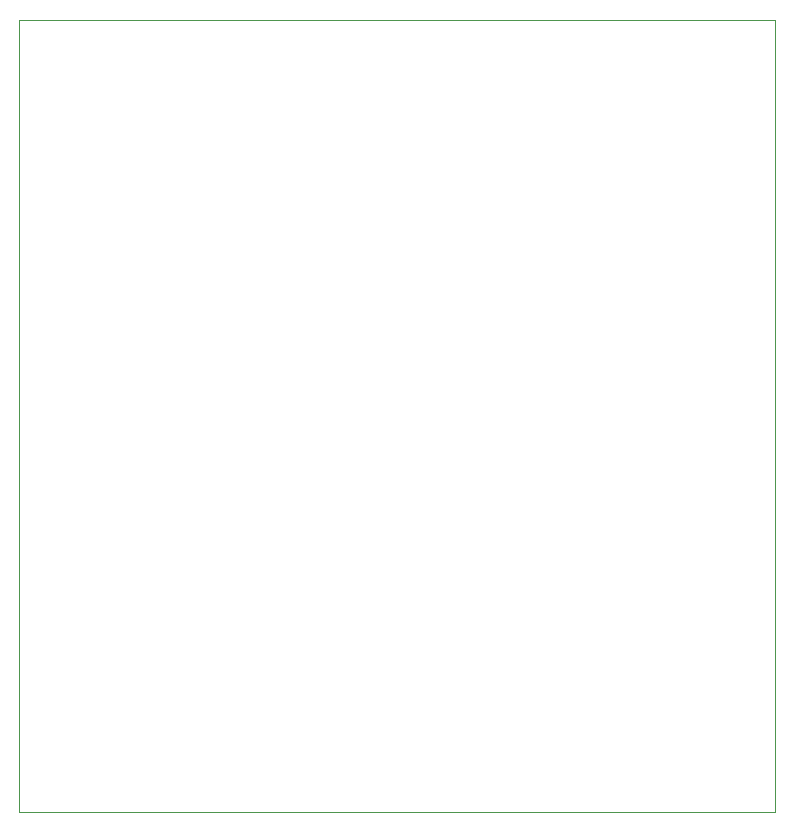
<source format=gbr>
%TF.GenerationSoftware,KiCad,Pcbnew,(5.99.0-2101-geb1ff80d5)*%
%TF.CreationDate,2020-11-29T13:35:49+01:00*%
%TF.ProjectId,CLK_stdln,434c4b5f-7374-4646-9c6e-2e6b69636164,rev?*%
%TF.SameCoordinates,Original*%
%TF.FileFunction,Profile,NP*%
%FSLAX46Y46*%
G04 Gerber Fmt 4.6, Leading zero omitted, Abs format (unit mm)*
G04 Created by KiCad (PCBNEW (5.99.0-2101-geb1ff80d5)) date 2020-11-29 13:35:49*
%MOMM*%
%LPD*%
G01*
G04 APERTURE LIST*
%TA.AperFunction,Profile*%
%ADD10C,0.050000*%
%TD*%
G04 APERTURE END LIST*
D10*
X145360000Y-153540000D02*
X145360000Y-86520000D01*
X209310000Y-153540000D02*
X145360000Y-153540000D01*
X209310000Y-86520000D02*
X209310000Y-153540000D01*
X145360000Y-86520000D02*
X209310000Y-86520000D01*
M02*

</source>
